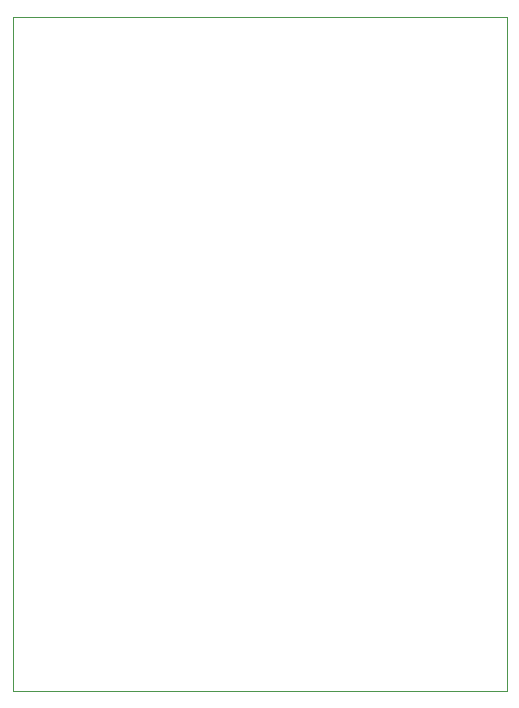
<source format=gm1>
%TF.GenerationSoftware,KiCad,Pcbnew,(6.0.2)*%
%TF.CreationDate,2022-07-21T18:21:11-07:00*%
%TF.ProjectId,testCoupon,74657374-436f-4757-906f-6e2e6b696361,1*%
%TF.SameCoordinates,Original*%
%TF.FileFunction,Profile,NP*%
%FSLAX46Y46*%
G04 Gerber Fmt 4.6, Leading zero omitted, Abs format (unit mm)*
G04 Created by KiCad (PCBNEW (6.0.2)) date 2022-07-21 18:21:11*
%MOMM*%
%LPD*%
G01*
G04 APERTURE LIST*
%TA.AperFunction,Profile*%
%ADD10C,0.100000*%
%TD*%
G04 APERTURE END LIST*
D10*
X135300000Y-114600000D02*
X177100000Y-114600000D01*
X177100000Y-114600000D02*
X177100000Y-57600000D01*
X177100000Y-57600000D02*
X135300000Y-57600000D01*
X135300000Y-57600000D02*
X135300000Y-114600000D01*
M02*

</source>
